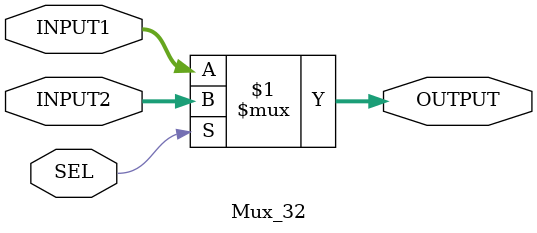
<source format=v>
`timescale 1ns / 1ps
module Mux_5(SEL, INPUT1, INPUT2, OUTPUT);
    input SEL;
	 input [4:0] INPUT1;
	 input [4:0] INPUT2;
	 output [4:0] OUTPUT;
	 assign OUTPUT = (SEL) ? INPUT2 : INPUT1;
endmodule

module Mux_32(SEL, INPUT1, INPUT2, OUTPUT);
    input SEL;
	 input [31:0] INPUT1;
	 input [31:0] INPUT2;
	 output [31:0] OUTPUT;
	 assign OUTPUT = (SEL) ? INPUT2 : INPUT1;
endmodule
</source>
